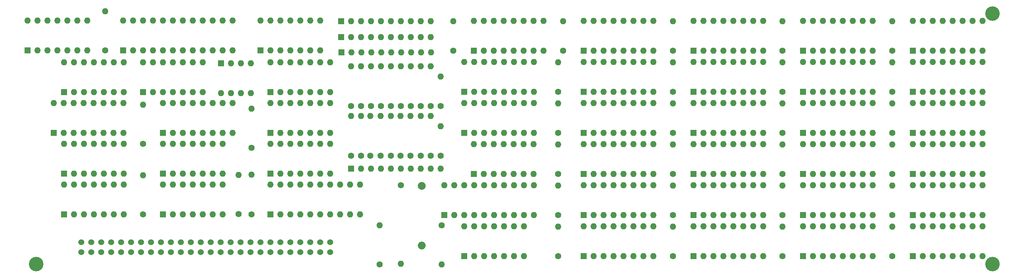
<source format=gbs>
G04 #@! TF.GenerationSoftware,KiCad,Pcbnew,(5.1.12)-1*
G04 #@! TF.CreationDate,2023-01-17T22:17:09+01:00*
G04 #@! TF.ProjectId,arcobaleno memory extension,6172636f-6261-46c6-956e-6f206d656d6f,rev?*
G04 #@! TF.SameCoordinates,Original*
G04 #@! TF.FileFunction,Soldermask,Bot*
G04 #@! TF.FilePolarity,Negative*
%FSLAX46Y46*%
G04 Gerber Fmt 4.6, Leading zero omitted, Abs format (unit mm)*
G04 Created by KiCad (PCBNEW (5.1.12)-1) date 2023-01-17 22:17:09*
%MOMM*%
%LPD*%
G01*
G04 APERTURE LIST*
%ADD10O,1.600000X1.600000*%
%ADD11R,1.600000X1.600000*%
%ADD12C,3.700000*%
%ADD13C,1.524000*%
%ADD14C,1.600000*%
%ADD15C,2.000000*%
%ADD16O,2.000000X2.000000*%
G04 APERTURE END LIST*
D10*
X24135080Y-52649080D03*
X39375080Y-60269080D03*
X26675080Y-52649080D03*
X36835080Y-60269080D03*
X29215080Y-52649080D03*
X34295080Y-60269080D03*
X31755080Y-52649080D03*
X31755080Y-60269080D03*
X34295080Y-52649080D03*
X29215080Y-60269080D03*
X36835080Y-52649080D03*
X26675080Y-60269080D03*
X39375080Y-52649080D03*
D11*
X24135080Y-60269080D03*
D12*
X26347080Y-114901080D03*
X270347080Y-114901080D03*
X270347080Y-50901080D03*
D13*
X37851080Y-111831080D03*
X37851080Y-109291080D03*
X40391080Y-111831080D03*
X40391080Y-109291080D03*
X42931080Y-111831080D03*
X42931080Y-109291080D03*
X45471080Y-111831080D03*
X45471080Y-109291080D03*
X48011080Y-111831080D03*
X48011080Y-109291080D03*
X50551080Y-111831080D03*
X50551080Y-109291080D03*
X53091080Y-111831080D03*
X53091080Y-109291080D03*
X55631080Y-111831080D03*
X55631080Y-109291080D03*
X58171080Y-111831080D03*
X58171080Y-109291080D03*
X60711080Y-111831080D03*
X60711080Y-109291080D03*
X63251080Y-111831080D03*
X63251080Y-109291080D03*
X65791080Y-111831080D03*
X65791080Y-109291080D03*
X68331080Y-111831080D03*
X68331080Y-109291080D03*
X70871080Y-111831080D03*
X70871080Y-109291080D03*
X73411080Y-111831080D03*
X73411080Y-109291080D03*
X75951080Y-111831080D03*
X75951080Y-109291080D03*
X78491080Y-111831080D03*
X78491080Y-109291080D03*
X81031080Y-111831080D03*
X81031080Y-109291080D03*
X83571080Y-111831080D03*
X83571080Y-109291080D03*
X86111080Y-111831080D03*
X86111080Y-109291080D03*
X88651080Y-111831080D03*
X88651080Y-109291080D03*
X91191080Y-111831080D03*
X91191080Y-109291080D03*
X93731080Y-111831080D03*
X93731080Y-109291080D03*
X96271080Y-111831080D03*
X96271080Y-109291080D03*
X98811080Y-111831080D03*
X98811080Y-109291080D03*
X101351080Y-111831080D03*
X101351080Y-109291080D03*
D10*
X58679080Y-94559080D03*
X73919080Y-102179080D03*
X61219080Y-94559080D03*
X71379080Y-102179080D03*
X63759080Y-94559080D03*
X68839080Y-102179080D03*
X66299080Y-94559080D03*
X66299080Y-102179080D03*
X68839080Y-94559080D03*
X63759080Y-102179080D03*
X71379080Y-94559080D03*
X61219080Y-102179080D03*
X73919080Y-94559080D03*
D11*
X58679080Y-102179080D03*
D14*
X53599080Y-84145080D03*
D10*
X53599080Y-74145080D03*
D11*
X104172080Y-56926080D03*
D10*
X106712080Y-56926080D03*
X109252080Y-56926080D03*
X111792080Y-56926080D03*
X114332080Y-56926080D03*
X116872080Y-56926080D03*
X119412080Y-56926080D03*
X121952080Y-56926080D03*
X124492080Y-56926080D03*
X127032080Y-56926080D03*
X43947080Y-50269080D03*
D14*
X43947080Y-60269080D03*
X78027080Y-102131080D03*
D10*
X78027080Y-92131080D03*
X53599080Y-92179080D03*
D14*
X53599080Y-102179080D03*
X81285080Y-85161080D03*
D10*
X81285080Y-75161080D03*
D14*
X119377080Y-94771080D03*
D10*
X119377080Y-114771080D03*
X113987080Y-104961080D03*
D14*
X113987080Y-114961080D03*
X129837080Y-104971080D03*
D10*
X129837080Y-114971080D03*
D11*
X83571080Y-60269080D03*
D10*
X98811080Y-52649080D03*
X86111080Y-60269080D03*
X96271080Y-52649080D03*
X88651080Y-60269080D03*
X93731080Y-52649080D03*
X91191080Y-60269080D03*
X91191080Y-52649080D03*
X93731080Y-60269080D03*
X88651080Y-52649080D03*
X96271080Y-60269080D03*
X86111080Y-52649080D03*
X98811080Y-60269080D03*
X83571080Y-52649080D03*
D11*
X86111080Y-70937080D03*
D10*
X101351080Y-63317080D03*
X88651080Y-70937080D03*
X98811080Y-63317080D03*
X91191080Y-70937080D03*
X96271080Y-63317080D03*
X93731080Y-70937080D03*
X93731080Y-63317080D03*
X96271080Y-70937080D03*
X91191080Y-63317080D03*
X98811080Y-70937080D03*
X88651080Y-63317080D03*
X101351080Y-70937080D03*
X86111080Y-63317080D03*
X53599080Y-63317080D03*
X68839080Y-70937080D03*
X56139080Y-63317080D03*
X66299080Y-70937080D03*
X58679080Y-63317080D03*
X63759080Y-70937080D03*
X61219080Y-63317080D03*
X61219080Y-70937080D03*
X63759080Y-63317080D03*
X58679080Y-70937080D03*
X66299080Y-63317080D03*
X56139080Y-70937080D03*
X68839080Y-63317080D03*
D11*
X53599080Y-70937080D03*
X33447080Y-70931080D03*
D10*
X48687080Y-63311080D03*
X35987080Y-70931080D03*
X46147080Y-63311080D03*
X38527080Y-70931080D03*
X43607080Y-63311080D03*
X41067080Y-70931080D03*
X41067080Y-63311080D03*
X43607080Y-70931080D03*
X38527080Y-63311080D03*
X46147080Y-70931080D03*
X35987080Y-63311080D03*
X48687080Y-70931080D03*
X33447080Y-63311080D03*
X86111080Y-73731080D03*
X101351080Y-81351080D03*
X88651080Y-73731080D03*
X98811080Y-81351080D03*
X91191080Y-73731080D03*
X96271080Y-81351080D03*
X93731080Y-73731080D03*
X93731080Y-81351080D03*
X96271080Y-73731080D03*
X91191080Y-81351080D03*
X98811080Y-73731080D03*
X88651080Y-81351080D03*
X101351080Y-73731080D03*
D11*
X86111080Y-81351080D03*
D10*
X58679080Y-73731080D03*
X76459080Y-81351080D03*
X61219080Y-73731080D03*
X73919080Y-81351080D03*
X63759080Y-73731080D03*
X71379080Y-81351080D03*
X66299080Y-73731080D03*
X68839080Y-81351080D03*
X68839080Y-73731080D03*
X66299080Y-81351080D03*
X71379080Y-73731080D03*
X63759080Y-81351080D03*
X73919080Y-73731080D03*
X61219080Y-81351080D03*
X76459080Y-73731080D03*
D11*
X58679080Y-81351080D03*
X30867080Y-81341080D03*
D10*
X48647080Y-73721080D03*
X33407080Y-81341080D03*
X46107080Y-73721080D03*
X35947080Y-81341080D03*
X43567080Y-73721080D03*
X38487080Y-81341080D03*
X41027080Y-73721080D03*
X41027080Y-81341080D03*
X38487080Y-73721080D03*
X43567080Y-81341080D03*
X35947080Y-73721080D03*
X46107080Y-81341080D03*
X33407080Y-73721080D03*
X48647080Y-81341080D03*
X30867080Y-73721080D03*
X138027080Y-84221080D03*
X153267080Y-91841080D03*
X140567080Y-84221080D03*
X150727080Y-91841080D03*
X143107080Y-84221080D03*
X148187080Y-91841080D03*
X145647080Y-84221080D03*
X145647080Y-91841080D03*
X148187080Y-84221080D03*
X143107080Y-91841080D03*
X150727080Y-84221080D03*
X140567080Y-91841080D03*
X153267080Y-84221080D03*
D11*
X138027080Y-91841080D03*
X86111080Y-91765080D03*
D10*
X101351080Y-84145080D03*
X88651080Y-91765080D03*
X98811080Y-84145080D03*
X91191080Y-91765080D03*
X96271080Y-84145080D03*
X93731080Y-91765080D03*
X93731080Y-84145080D03*
X96271080Y-91765080D03*
X91191080Y-84145080D03*
X98811080Y-91765080D03*
X88651080Y-84145080D03*
X101351080Y-91765080D03*
X86111080Y-84145080D03*
D11*
X58679080Y-91765080D03*
D10*
X73919080Y-84145080D03*
X61219080Y-91765080D03*
X71379080Y-84145080D03*
X63759080Y-91765080D03*
X68839080Y-84145080D03*
X66299080Y-91765080D03*
X66299080Y-84145080D03*
X68839080Y-91765080D03*
X63759080Y-84145080D03*
X71379080Y-91765080D03*
X61219080Y-84145080D03*
X73919080Y-91765080D03*
X58679080Y-84145080D03*
X33427080Y-84131080D03*
X48667080Y-91751080D03*
X35967080Y-84131080D03*
X46127080Y-91751080D03*
X38507080Y-84131080D03*
X43587080Y-91751080D03*
X41047080Y-84131080D03*
X41047080Y-91751080D03*
X43587080Y-84131080D03*
X38507080Y-91751080D03*
X46127080Y-84131080D03*
X35967080Y-91751080D03*
X48667080Y-84131080D03*
D11*
X33427080Y-91751080D03*
D10*
X130447080Y-94721080D03*
X153307080Y-102341080D03*
X132987080Y-94721080D03*
X150767080Y-102341080D03*
X135527080Y-94721080D03*
X148227080Y-102341080D03*
X138067080Y-94721080D03*
X145687080Y-102341080D03*
X140607080Y-94721080D03*
X143147080Y-102341080D03*
X143147080Y-94721080D03*
X140607080Y-102341080D03*
X145687080Y-94721080D03*
X138067080Y-102341080D03*
X148227080Y-94721080D03*
X135527080Y-102341080D03*
X150767080Y-94721080D03*
X132987080Y-102341080D03*
X153307080Y-94721080D03*
D11*
X130447080Y-102341080D03*
X86111080Y-102179080D03*
D10*
X108971080Y-94559080D03*
X88651080Y-102179080D03*
X106431080Y-94559080D03*
X91191080Y-102179080D03*
X103891080Y-94559080D03*
X93731080Y-102179080D03*
X101351080Y-94559080D03*
X96271080Y-102179080D03*
X98811080Y-94559080D03*
X98811080Y-102179080D03*
X96271080Y-94559080D03*
X101351080Y-102179080D03*
X93731080Y-94559080D03*
X103891080Y-102179080D03*
X91191080Y-94559080D03*
X106431080Y-102179080D03*
X88651080Y-94559080D03*
X108971080Y-102179080D03*
X86111080Y-94559080D03*
D11*
X33437080Y-102161080D03*
D10*
X48677080Y-94541080D03*
X35977080Y-102161080D03*
X46137080Y-94541080D03*
X38517080Y-102161080D03*
X43597080Y-94541080D03*
X41057080Y-102161080D03*
X41057080Y-94541080D03*
X43597080Y-102161080D03*
X38517080Y-94541080D03*
X46137080Y-102161080D03*
X35977080Y-94541080D03*
X48677080Y-102161080D03*
X33437080Y-94541080D03*
D11*
X135527080Y-112841080D03*
D10*
X150767080Y-105221080D03*
X138067080Y-112841080D03*
X148227080Y-105221080D03*
X140607080Y-112841080D03*
X145687080Y-105221080D03*
X143147080Y-112841080D03*
X143147080Y-105221080D03*
X145687080Y-112841080D03*
X140607080Y-105221080D03*
X148227080Y-112841080D03*
X138067080Y-105221080D03*
X150767080Y-112841080D03*
X135527080Y-105221080D03*
X111637080Y-77021080D03*
D14*
X111637080Y-87181080D03*
X114247080Y-87181080D03*
D10*
X114247080Y-77021080D03*
D14*
X121887080Y-87201080D03*
D10*
X121887080Y-77041080D03*
X127007080Y-77031080D03*
D14*
X127007080Y-87191080D03*
X119287080Y-87221080D03*
D10*
X119287080Y-77061080D03*
X116817080Y-77011080D03*
D14*
X116817080Y-87171080D03*
D10*
X124437080Y-77021080D03*
D14*
X124437080Y-87181080D03*
D10*
X106685080Y-64333080D03*
D14*
X106685080Y-74493080D03*
X109217080Y-87201080D03*
D10*
X109217080Y-77041080D03*
D14*
X116845080Y-74493080D03*
D10*
X116845080Y-64333080D03*
X127005080Y-64333080D03*
D14*
X127005080Y-74493080D03*
D10*
X121925080Y-64333080D03*
D14*
X121925080Y-74493080D03*
X119385080Y-74493080D03*
D10*
X119385080Y-64333080D03*
X114305080Y-64333080D03*
D14*
X114305080Y-74493080D03*
X124467080Y-74491080D03*
D10*
X124467080Y-64331080D03*
D14*
X111765080Y-74493080D03*
D10*
X111765080Y-64333080D03*
X109225080Y-64333080D03*
D14*
X109225080Y-74493080D03*
X106685080Y-87193080D03*
D10*
X106685080Y-77033080D03*
D14*
X81317080Y-102181080D03*
D10*
X81317080Y-92021080D03*
X129517080Y-90491080D03*
X126977080Y-90491080D03*
X124437080Y-90491080D03*
X121897080Y-90491080D03*
X119357080Y-90491080D03*
X116817080Y-90491080D03*
X114277080Y-90491080D03*
X111737080Y-90491080D03*
X109197080Y-90491080D03*
D11*
X106657080Y-90491080D03*
X104197080Y-60801080D03*
D10*
X106737080Y-60801080D03*
X109277080Y-60801080D03*
X111817080Y-60801080D03*
X114357080Y-60801080D03*
X116897080Y-60801080D03*
X119437080Y-60801080D03*
X121977080Y-60801080D03*
X124517080Y-60801080D03*
X127057080Y-60801080D03*
X127005080Y-52841080D03*
X124465080Y-52841080D03*
X121925080Y-52841080D03*
X119385080Y-52841080D03*
X116845080Y-52841080D03*
X114305080Y-52841080D03*
X111765080Y-52841080D03*
X109225080Y-52841080D03*
X106685080Y-52841080D03*
D11*
X104145080Y-52841080D03*
X250027080Y-60341080D03*
D10*
X267807080Y-52721080D03*
X252567080Y-60341080D03*
X265267080Y-52721080D03*
X255107080Y-60341080D03*
X262727080Y-52721080D03*
X257647080Y-60341080D03*
X260187080Y-52721080D03*
X260187080Y-60341080D03*
X257647080Y-52721080D03*
X262727080Y-60341080D03*
X255107080Y-52721080D03*
X265267080Y-60341080D03*
X252567080Y-52721080D03*
X267807080Y-60341080D03*
X250027080Y-52721080D03*
D11*
X222027080Y-60341080D03*
D10*
X239807080Y-52721080D03*
X224567080Y-60341080D03*
X237267080Y-52721080D03*
X227107080Y-60341080D03*
X234727080Y-52721080D03*
X229647080Y-60341080D03*
X232187080Y-52721080D03*
X232187080Y-60341080D03*
X229647080Y-52721080D03*
X234727080Y-60341080D03*
X227107080Y-52721080D03*
X237267080Y-60341080D03*
X224567080Y-52721080D03*
X239807080Y-60341080D03*
X222027080Y-52721080D03*
D11*
X194027080Y-60341080D03*
D10*
X211807080Y-52721080D03*
X196567080Y-60341080D03*
X209267080Y-52721080D03*
X199107080Y-60341080D03*
X206727080Y-52721080D03*
X201647080Y-60341080D03*
X204187080Y-52721080D03*
X204187080Y-60341080D03*
X201647080Y-52721080D03*
X206727080Y-60341080D03*
X199107080Y-52721080D03*
X209267080Y-60341080D03*
X196567080Y-52721080D03*
X211807080Y-60341080D03*
X194027080Y-52721080D03*
X166027080Y-52721080D03*
X183807080Y-60341080D03*
X168567080Y-52721080D03*
X181267080Y-60341080D03*
X171107080Y-52721080D03*
X178727080Y-60341080D03*
X173647080Y-52721080D03*
X176187080Y-60341080D03*
X176187080Y-52721080D03*
X173647080Y-60341080D03*
X178727080Y-52721080D03*
X171107080Y-60341080D03*
X181267080Y-52721080D03*
X168567080Y-60341080D03*
X183807080Y-52721080D03*
D11*
X166027080Y-60341080D03*
D10*
X138027080Y-52721080D03*
X155807080Y-60341080D03*
X140567080Y-52721080D03*
X153267080Y-60341080D03*
X143107080Y-52721080D03*
X150727080Y-60341080D03*
X145647080Y-52721080D03*
X148187080Y-60341080D03*
X148187080Y-52721080D03*
X145647080Y-60341080D03*
X150727080Y-52721080D03*
X143107080Y-60341080D03*
X153267080Y-52721080D03*
X140567080Y-60341080D03*
X155807080Y-52721080D03*
D11*
X138027080Y-60341080D03*
D10*
X250027080Y-63221080D03*
X267807080Y-70841080D03*
X252567080Y-63221080D03*
X265267080Y-70841080D03*
X255107080Y-63221080D03*
X262727080Y-70841080D03*
X257647080Y-63221080D03*
X260187080Y-70841080D03*
X260187080Y-63221080D03*
X257647080Y-70841080D03*
X262727080Y-63221080D03*
X255107080Y-70841080D03*
X265267080Y-63221080D03*
X252567080Y-70841080D03*
X267807080Y-63221080D03*
D11*
X250027080Y-70841080D03*
D10*
X222027080Y-63221080D03*
X239807080Y-70841080D03*
X224567080Y-63221080D03*
X237267080Y-70841080D03*
X227107080Y-63221080D03*
X234727080Y-70841080D03*
X229647080Y-63221080D03*
X232187080Y-70841080D03*
X232187080Y-63221080D03*
X229647080Y-70841080D03*
X234727080Y-63221080D03*
X227107080Y-70841080D03*
X237267080Y-63221080D03*
X224567080Y-70841080D03*
X239807080Y-63221080D03*
D11*
X222027080Y-70841080D03*
D10*
X194027080Y-63221080D03*
X211807080Y-70841080D03*
X196567080Y-63221080D03*
X209267080Y-70841080D03*
X199107080Y-63221080D03*
X206727080Y-70841080D03*
X201647080Y-63221080D03*
X204187080Y-70841080D03*
X204187080Y-63221080D03*
X201647080Y-70841080D03*
X206727080Y-63221080D03*
X199107080Y-70841080D03*
X209267080Y-63221080D03*
X196567080Y-70841080D03*
X211807080Y-63221080D03*
D11*
X194027080Y-70841080D03*
X166027080Y-70841080D03*
D10*
X183807080Y-63221080D03*
X168567080Y-70841080D03*
X181267080Y-63221080D03*
X171107080Y-70841080D03*
X178727080Y-63221080D03*
X173647080Y-70841080D03*
X176187080Y-63221080D03*
X176187080Y-70841080D03*
X173647080Y-63221080D03*
X178727080Y-70841080D03*
X171107080Y-63221080D03*
X181267080Y-70841080D03*
X168567080Y-63221080D03*
X183807080Y-70841080D03*
X166027080Y-63221080D03*
D11*
X135527080Y-70830400D03*
D10*
X153307080Y-63210400D03*
X138067080Y-70830400D03*
X150767080Y-63210400D03*
X140607080Y-70830400D03*
X148227080Y-63210400D03*
X143147080Y-70830400D03*
X145687080Y-63210400D03*
X145687080Y-70830400D03*
X143147080Y-63210400D03*
X148227080Y-70830400D03*
X140607080Y-63210400D03*
X150767080Y-70830400D03*
X138067080Y-63210400D03*
X153307080Y-70830400D03*
X135527080Y-63210400D03*
D11*
X250027080Y-81341080D03*
D10*
X267807080Y-73721080D03*
X252567080Y-81341080D03*
X265267080Y-73721080D03*
X255107080Y-81341080D03*
X262727080Y-73721080D03*
X257647080Y-81341080D03*
X260187080Y-73721080D03*
X260187080Y-81341080D03*
X257647080Y-73721080D03*
X262727080Y-81341080D03*
X255107080Y-73721080D03*
X265267080Y-81341080D03*
X252567080Y-73721080D03*
X267807080Y-81341080D03*
X250027080Y-73721080D03*
D11*
X222027080Y-81341080D03*
D10*
X239807080Y-73721080D03*
X224567080Y-81341080D03*
X237267080Y-73721080D03*
X227107080Y-81341080D03*
X234727080Y-73721080D03*
X229647080Y-81341080D03*
X232187080Y-73721080D03*
X232187080Y-81341080D03*
X229647080Y-73721080D03*
X234727080Y-81341080D03*
X227107080Y-73721080D03*
X237267080Y-81341080D03*
X224567080Y-73721080D03*
X239807080Y-81341080D03*
X222027080Y-73721080D03*
D11*
X194027080Y-81341080D03*
D10*
X211807080Y-73721080D03*
X196567080Y-81341080D03*
X209267080Y-73721080D03*
X199107080Y-81341080D03*
X206727080Y-73721080D03*
X201647080Y-81341080D03*
X204187080Y-73721080D03*
X204187080Y-81341080D03*
X201647080Y-73721080D03*
X206727080Y-81341080D03*
X199107080Y-73721080D03*
X209267080Y-81341080D03*
X196567080Y-73721080D03*
X211807080Y-81341080D03*
X194027080Y-73721080D03*
D11*
X166027080Y-81341080D03*
D10*
X183807080Y-73721080D03*
X168567080Y-81341080D03*
X181267080Y-73721080D03*
X171107080Y-81341080D03*
X178727080Y-73721080D03*
X173647080Y-81341080D03*
X176187080Y-73721080D03*
X176187080Y-81341080D03*
X173647080Y-73721080D03*
X178727080Y-81341080D03*
X171107080Y-73721080D03*
X181267080Y-81341080D03*
X168567080Y-73721080D03*
X183807080Y-81341080D03*
X166027080Y-73721080D03*
X135527080Y-73721080D03*
X153307080Y-81341080D03*
X138067080Y-73721080D03*
X150767080Y-81341080D03*
X140607080Y-73721080D03*
X148227080Y-81341080D03*
X143147080Y-73721080D03*
X145687080Y-81341080D03*
X145687080Y-73721080D03*
X143147080Y-81341080D03*
X148227080Y-73721080D03*
X140607080Y-81341080D03*
X150767080Y-73721080D03*
X138067080Y-81341080D03*
X153307080Y-73721080D03*
D11*
X135527080Y-81341080D03*
D10*
X250027080Y-84221080D03*
X267807080Y-91841080D03*
X252567080Y-84221080D03*
X265267080Y-91841080D03*
X255107080Y-84221080D03*
X262727080Y-91841080D03*
X257647080Y-84221080D03*
X260187080Y-91841080D03*
X260187080Y-84221080D03*
X257647080Y-91841080D03*
X262727080Y-84221080D03*
X255107080Y-91841080D03*
X265267080Y-84221080D03*
X252567080Y-91841080D03*
X267807080Y-84221080D03*
D11*
X250027080Y-91841080D03*
D10*
X222027080Y-84221080D03*
X239807080Y-91841080D03*
X224567080Y-84221080D03*
X237267080Y-91841080D03*
X227107080Y-84221080D03*
X234727080Y-91841080D03*
X229647080Y-84221080D03*
X232187080Y-91841080D03*
X232187080Y-84221080D03*
X229647080Y-91841080D03*
X234727080Y-84221080D03*
X227107080Y-91841080D03*
X237267080Y-84221080D03*
X224567080Y-91841080D03*
X239807080Y-84221080D03*
D11*
X222027080Y-91841080D03*
D10*
X194027080Y-84221080D03*
X211807080Y-91841080D03*
X196567080Y-84221080D03*
X209267080Y-91841080D03*
X199107080Y-84221080D03*
X206727080Y-91841080D03*
X201647080Y-84221080D03*
X204187080Y-91841080D03*
X204187080Y-84221080D03*
X201647080Y-91841080D03*
X206727080Y-84221080D03*
X199107080Y-91841080D03*
X209267080Y-84221080D03*
X196567080Y-91841080D03*
X211807080Y-84221080D03*
D11*
X194027080Y-91841080D03*
D10*
X166027080Y-84221080D03*
X183807080Y-91841080D03*
X168567080Y-84221080D03*
X181267080Y-91841080D03*
X171107080Y-84221080D03*
X178727080Y-91841080D03*
X173647080Y-84221080D03*
X176187080Y-91841080D03*
X176187080Y-84221080D03*
X173647080Y-91841080D03*
X178727080Y-84221080D03*
X171107080Y-91841080D03*
X181267080Y-84221080D03*
X168567080Y-91841080D03*
X183807080Y-84221080D03*
D11*
X166027080Y-91841080D03*
X250027080Y-102341080D03*
D10*
X267807080Y-94721080D03*
X252567080Y-102341080D03*
X265267080Y-94721080D03*
X255107080Y-102341080D03*
X262727080Y-94721080D03*
X257647080Y-102341080D03*
X260187080Y-94721080D03*
X260187080Y-102341080D03*
X257647080Y-94721080D03*
X262727080Y-102341080D03*
X255107080Y-94721080D03*
X265267080Y-102341080D03*
X252567080Y-94721080D03*
X267807080Y-102341080D03*
X250027080Y-94721080D03*
D11*
X222027080Y-102341080D03*
D10*
X239807080Y-94721080D03*
X224567080Y-102341080D03*
X237267080Y-94721080D03*
X227107080Y-102341080D03*
X234727080Y-94721080D03*
X229647080Y-102341080D03*
X232187080Y-94721080D03*
X232187080Y-102341080D03*
X229647080Y-94721080D03*
X234727080Y-102341080D03*
X227107080Y-94721080D03*
X237267080Y-102341080D03*
X224567080Y-94721080D03*
X239807080Y-102341080D03*
X222027080Y-94721080D03*
D11*
X194027080Y-102341080D03*
D10*
X211807080Y-94721080D03*
X196567080Y-102341080D03*
X209267080Y-94721080D03*
X199107080Y-102341080D03*
X206727080Y-94721080D03*
X201647080Y-102341080D03*
X204187080Y-94721080D03*
X204187080Y-102341080D03*
X201647080Y-94721080D03*
X206727080Y-102341080D03*
X199107080Y-94721080D03*
X209267080Y-102341080D03*
X196567080Y-94721080D03*
X211807080Y-102341080D03*
X194027080Y-94721080D03*
D11*
X166027080Y-102341080D03*
D10*
X183807080Y-94721080D03*
X168567080Y-102341080D03*
X181267080Y-94721080D03*
X171107080Y-102341080D03*
X178727080Y-94721080D03*
X173647080Y-102341080D03*
X176187080Y-94721080D03*
X176187080Y-102341080D03*
X173647080Y-94721080D03*
X178727080Y-102341080D03*
X171107080Y-94721080D03*
X181267080Y-102341080D03*
X168567080Y-94721080D03*
X183807080Y-102341080D03*
X166027080Y-94721080D03*
X250027080Y-105221080D03*
X267807080Y-112841080D03*
X252567080Y-105221080D03*
X265267080Y-112841080D03*
X255107080Y-105221080D03*
X262727080Y-112841080D03*
X257647080Y-105221080D03*
X260187080Y-112841080D03*
X260187080Y-105221080D03*
X257647080Y-112841080D03*
X262727080Y-105221080D03*
X255107080Y-112841080D03*
X265267080Y-105221080D03*
X252567080Y-112841080D03*
X267807080Y-105221080D03*
D11*
X250027080Y-112841080D03*
D10*
X222027080Y-105221080D03*
X239807080Y-112841080D03*
X224567080Y-105221080D03*
X237267080Y-112841080D03*
X227107080Y-105221080D03*
X234727080Y-112841080D03*
X229647080Y-105221080D03*
X232187080Y-112841080D03*
X232187080Y-105221080D03*
X229647080Y-112841080D03*
X234727080Y-105221080D03*
X227107080Y-112841080D03*
X237267080Y-105221080D03*
X224567080Y-112841080D03*
X239807080Y-105221080D03*
D11*
X222027080Y-112841080D03*
D10*
X194027080Y-105221080D03*
X211807080Y-112841080D03*
X196567080Y-105221080D03*
X209267080Y-112841080D03*
X199107080Y-105221080D03*
X206727080Y-112841080D03*
X201647080Y-105221080D03*
X204187080Y-112841080D03*
X204187080Y-105221080D03*
X201647080Y-112841080D03*
X206727080Y-105221080D03*
X199107080Y-112841080D03*
X209267080Y-105221080D03*
X196567080Y-112841080D03*
X211807080Y-105221080D03*
D11*
X194027080Y-112841080D03*
X166027080Y-112841080D03*
D10*
X183807080Y-105221080D03*
X168567080Y-112841080D03*
X181267080Y-105221080D03*
X171107080Y-112841080D03*
X178727080Y-105221080D03*
X173647080Y-112841080D03*
X176187080Y-105221080D03*
X176187080Y-112841080D03*
X173647080Y-105221080D03*
X178727080Y-112841080D03*
X171107080Y-105221080D03*
X181267080Y-112841080D03*
X168567080Y-105221080D03*
X183807080Y-112841080D03*
X166027080Y-105221080D03*
D11*
X48519080Y-60269080D03*
D10*
X76459080Y-52649080D03*
X51059080Y-60269080D03*
X73919080Y-52649080D03*
X53599080Y-60269080D03*
X71379080Y-52649080D03*
X56139080Y-60269080D03*
X68839080Y-52649080D03*
X58679080Y-60269080D03*
X66299080Y-52649080D03*
X61219080Y-60269080D03*
X63759080Y-52649080D03*
X63759080Y-60269080D03*
X61219080Y-52649080D03*
X66299080Y-60269080D03*
X58679080Y-52649080D03*
X68839080Y-60269080D03*
X56139080Y-52649080D03*
X71379080Y-60269080D03*
X53599080Y-52649080D03*
X73919080Y-60269080D03*
X51059080Y-52649080D03*
X76459080Y-60269080D03*
X48519080Y-52649080D03*
D15*
X124727080Y-94891080D03*
D16*
X124727080Y-110131080D03*
D10*
X159527080Y-94841080D03*
D14*
X159527080Y-102341080D03*
X188777080Y-102341080D03*
D10*
X188777080Y-94841080D03*
D14*
X216777080Y-102341080D03*
D10*
X216777080Y-94841080D03*
D14*
X159527080Y-91841080D03*
D10*
X159527080Y-84341080D03*
X188777080Y-84341080D03*
D14*
X188777080Y-91841080D03*
X216777080Y-91841080D03*
D10*
X216777080Y-84341080D03*
X159527080Y-73841080D03*
D14*
X159527080Y-81341080D03*
X188777080Y-81341080D03*
D10*
X188777080Y-73841080D03*
X244777080Y-105341080D03*
D14*
X244777080Y-112841080D03*
D10*
X159527080Y-63341080D03*
D14*
X159527080Y-70841080D03*
X188777080Y-70841080D03*
D10*
X188777080Y-63341080D03*
X244777080Y-94841080D03*
D14*
X244777080Y-102341080D03*
X160777080Y-60341080D03*
D10*
X160777080Y-52841080D03*
X188777080Y-52841080D03*
D14*
X188777080Y-60341080D03*
X244777080Y-91841080D03*
D10*
X244777080Y-84341080D03*
X129545080Y-79693080D03*
D14*
X129545080Y-87193080D03*
X216777080Y-81341080D03*
D10*
X216777080Y-73841080D03*
D14*
X244777080Y-81341080D03*
D10*
X244777080Y-73841080D03*
X129545080Y-66993080D03*
D14*
X129545080Y-74493080D03*
X216777080Y-70841080D03*
D10*
X216777080Y-63341080D03*
X244777080Y-63341080D03*
D14*
X244777080Y-70841080D03*
X132777080Y-60341080D03*
D10*
X132777080Y-52841080D03*
X216777080Y-52841080D03*
D14*
X216777080Y-60341080D03*
X244777080Y-60341080D03*
D10*
X244777080Y-52841080D03*
X159527080Y-105341080D03*
D14*
X159527080Y-112841080D03*
X188777080Y-112841080D03*
D10*
X188777080Y-105341080D03*
X216777080Y-105341080D03*
D14*
X216777080Y-112841080D03*
D11*
X73467080Y-63541080D03*
D10*
X81087080Y-71161080D03*
X76007080Y-63541080D03*
X78547080Y-71161080D03*
X78547080Y-63541080D03*
X76007080Y-71161080D03*
X81087080Y-63541080D03*
X73467080Y-71161080D03*
M02*

</source>
